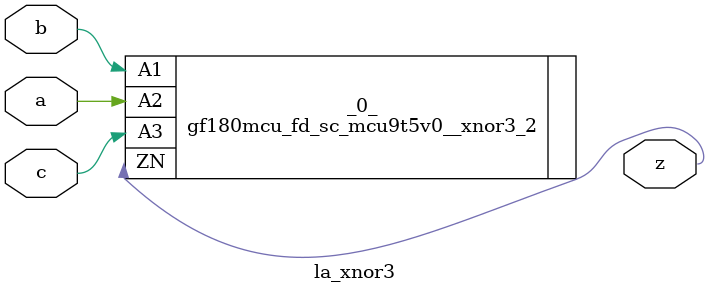
<source format=v>

/* Generated by Yosys 0.44 (git sha1 80ba43d26, g++ 11.4.0-1ubuntu1~22.04 -fPIC -O3) */

(* top =  1  *)
(* src = "inputs/la_xnor3.v:10.1-21.10" *)
module la_xnor3 (
    a,
    b,
    c,
    z
);
  (* src = "inputs/la_xnor3.v:13.12-13.13" *)
  input a;
  wire a;
  (* src = "inputs/la_xnor3.v:14.12-14.13" *)
  input b;
  wire b;
  (* src = "inputs/la_xnor3.v:15.12-15.13" *)
  input c;
  wire c;
  (* src = "inputs/la_xnor3.v:16.12-16.13" *)
  output z;
  wire z;
  gf180mcu_fd_sc_mcu9t5v0__xnor3_2 _0_ (
      .A1(b),
      .A2(a),
      .A3(c),
      .ZN(z)
  );
endmodule

</source>
